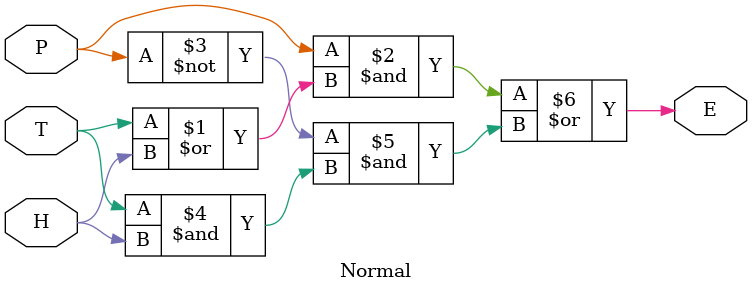
<source format=v>



// Generated by Quartus Prime Version 18.0 (Build Build 614 04/24/2018)
// Created on Tue Sep 18 11:26:41 2018

//  Module Declaration
module Normal
(
// {{ALTERA_ARGS_BEGIN}} DO NOT REMOVE THIS LINE!
P, T, H, E
// {{ALTERA_ARGS_END}} DO NOT REMOVE THIS LINE!
);
// Port Declaration

// {{ALTERA_IO_BEGIN}} DO NOT REMOVE THIS LINE!
input P;
input T;
input H;
output E;
assign E = P&(T|H)|~P&(T&H);
// {{ALTERA_IO_END}} DO NOT REMOVE THIS LINE!



endmodule

</source>
